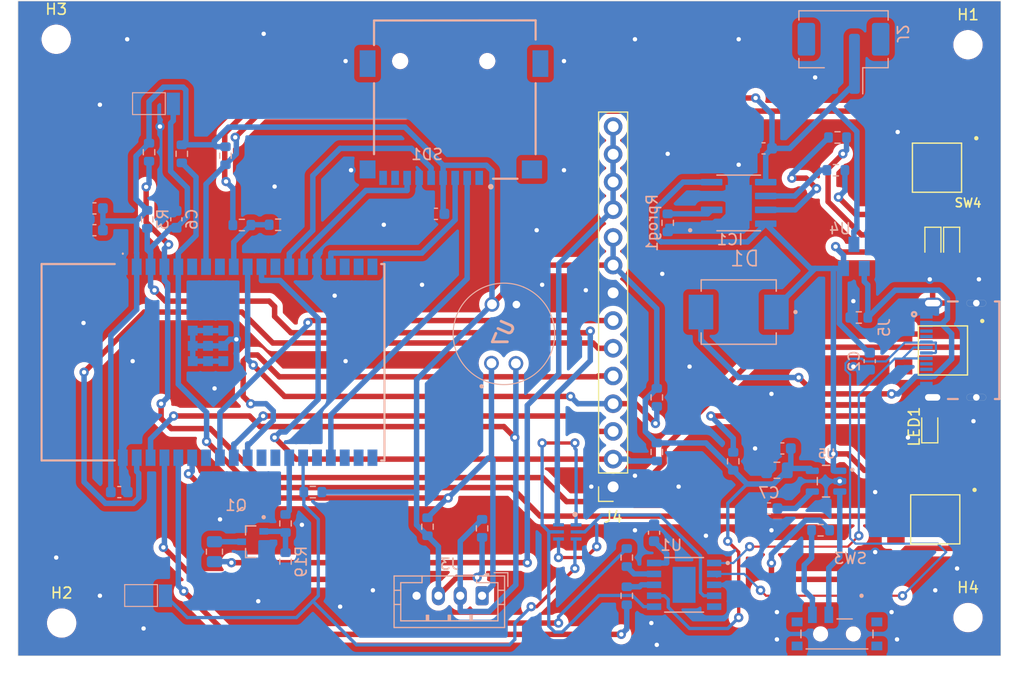
<source format=kicad_pcb>
(kicad_pcb (version 20240108) (generator "pcbnew") (generator_version "8.0")
  (layers (0 "F.Cu" signal) (31 "B.Cu" signal) (34 "B.Paste" user) (35 "F.Paste" user) (36 "B.SilkS" user "B.Silkscreen") (37 "F.SilkS" user "F.Silkscreen") (38 "B.Mask" user) (39 "F.Mask" user) (44 "Edge.Cuts" user))
  (net 0 "")
  (net 1 "Net-(U1-V3)")
  (net 2 "GND")
  (net 3 "VBUS")
  (net 4 "+3V3")
  (net 5 "/EN")
  (net 6 "Net-(U5-BP)")
  (net 7 "+BATT")
  (net 8 "Net-(IC1-~{STDBY})")
  (net 9 "Net-(IC1-PROG)")
  (net 10 "Net-(IC1-~{CHRG})")
  (net 11 "+5V")
  (net 12 "/D-")
  (net 13 "/D+")
  (net 14 "/IO22")
  (net 15 "/IO21")
  (net 16 "/LEDK")
  (net 17 "/IO19")
  (net 18 "/IO18")
  (net 19 "/IO26")
  (net 20 "/IO5")
  (net 21 "/IO25")
  (net 22 "/IO23")
  (net 23 "Net-(LED1-A)")
  (net 24 "Net-(LED2-K)")
  (net 25 "Net-(LED3-K)")
  (net 26 "Net-(Q1-C)")
  (net 27 "Net-(Q1-E)")
  (net 28 "Net-(U1-RXD)")
  (net 29 "/TX")
  (net 30 "Net-(U1-TXD)")
  (net 31 "/RX")
  (net 32 "/LDO_H")
  (net 33 "/IO0")
  (net 34 "/ADC_BAT")
  (net 35 "/IO35")
  (net 36 "/IO36")
  (net 37 "/IO39")
  (net 38 "/IO4")
  (net 39 "/RTS")
  (net 40 "/DTR")
  (net 41 "LDO_EN")
  (net 42 "/IO15")
  (net 43 "/IO2")
  (net 44 "/IO34")
  (net 45 "/IO27")
  (net 46 "/IO12")
  (net 47 "/IO14")
  (net 48 "/IO32")
  (net 49 "/IO13")
  (footprint "LED_SMD:LED_0603_1608Metric" (layer "F.Cu") (at 175.5 100.2125 -90)
    (property "Reference" "LED3" (hide yes))
    (property "Value" "CHG" (hide yes))
  )
  (footprint "MountingHole:MountingHole_2.2mm_M2_ISO7380" (layer "F.Cu") (at 94 135)
    (property "Reference" "H2")
    (property "Value" "MountingHole")
  )
  (footprint "THERMAL_CAMERA_LIBRARY:4_TERMINAL_SWITCH_TC" (layer "F.Cu") (at 174 125.5 -90)
    (property "Reference" "SW6" (hide yes))
    (property "Value" "TS-1088R-02526")
  )
  (footprint "THERMAL_CAMERA_LIBRARY:4_TERMINAL_SWITCH_TC" (layer "F.Cu") (at 174.16 93.2694 -90)
    (property "Reference" "SW4")
    (property "Value" "TS-1088R-02526" (hide yes))
  )
  (footprint "THERMAL_CAMERA_LIBRARY:4_TERMINAL_SWITCH_TC" (layer "F.Cu") (at 174.705 110.0194 -90)
    (property "Reference" "SW5" (hide yes))
    (property "Value" "TS-1088R-02526" (hide yes))
  )
  (footprint "LED_SMD:LED_0603_1608Metric" (layer "F.Cu") (at 173.5 117 90)
    (property "Reference" "LED1")
    (property "Value" "POW_LED")
  )
  (footprint "MountingHole:MountingHole_2.2mm_M2_ISO7380" (layer "F.Cu") (at 177 82)
    (property "Reference" "H1")
    (property "Value" "MountingHole")
  )
  (footprint "MountingHole:MountingHole_2.2mm_M2_ISO7380" (layer "F.Cu") (at 93.5 81.5)
    (property "Reference" "H3")
    (property "Value" "MountingHole")
  )
  (footprint "Connector_PinSocket_2.54mm:PinSocket_1x14_P2.54mm_Vertical" (layer "F.Cu") (at 144.5 122.52 180)
    (property "Reference" "J4")
    (property "Value" "Conn_01x14")
  )
  (footprint "LED_SMD:LED_0603_1608Metric" (layer "F.Cu") (at 173.7875 100.2125 -90)
    (property "Reference" "LED2" (hide yes))
    (property "Value" "CHG" (hide yes))
  )
  (footprint "MountingHole:MountingHole_2.2mm_M2_ISO7380" (layer "F.Cu") (at 177 134.5)
    (property "Reference" "H4")
    (property "Value" "MountingHole")
  )
  (footprint "THERMAL_CAMERA_LIBRARY:2N7002DW_SOT363_TC" (layer "B.Cu") (at 140.31 126.65 -90)
    (property "Reference" "U2" (hide yes))
    (property "Value" "2N27002DW" (hide yes))
  )
  (footprint "THERMAL_CAMERA_LIBRARY:ESP32WROVEREN8R8_TC" (layer "B.Cu") (at 107.86 111.1 -90)
    (property "Reference" "U6" (hide yes))
    (property "Value" "ESP32-WROVER-E" (hide yes))
  )
  (footprint "Resistor_SMD:R_0603_1608Metric" (layer "B.Cu") (at 148.5 114.325 90)
    (property "Reference" "R15" (hide yes))
    (property "Value" "10k")
  )
  (footprint "Resistor_SMD:R_0603_1608Metric" (layer "B.Cu") (at 105 92 90)
    (property "Reference" "R17" (hide yes))
    (property "Value" "4.7k")
  )
  (footprint "THERMAL_CAMERA_LIBRARY:MIC5219_SOT95P280X145-5N_TC" (layer "B.Cu") (at 164 122 180)
    (property "Reference" "U5")
    (property "Value" "MIC5219-3.3YM5")
  )
  (footprint "Capacitor_SMD:C_0603_1608Metric" (layer "B.Cu") (at 128.275 97.5 180)
    (property "Reference" "C11" (hide yes))
    (property "Value" "0.1uf")
  )
  (footprint "Connector_JST:JST_PH_B2B-PH-SM4-TB_1x02-1MP_P2.00mm_Vertical" (layer "B.Cu") (at 165.6 83.25 180)
    (property "Reference" "J2")
    (property "Value" "B2B-PH-SM4-TB(LF)(SN)" (hide yes))
  )
  (footprint "Resistor_SMD:R_0603_1608Metric" (layer "B.Cu") (at 114.5 125.875 90)
    (property "Reference" "R18" (hide yes))
    (property "Value" "1k" (hide yes))
  )
  (footprint "Resistor_SMD:R_0603_1608Metric" (layer "B.Cu") (at 155.5 120.175 -90)
    (property "Reference" "R4" (hide yes))
    (property "Value" "470R")
  )
  (footprint "THERMAL_CAMERA_LIBRARY:usb_new" (layer "B.Cu") (at 177.762498 110 -90)
    (property "Reference" "J5")
    (property "Value" "USB4215-03-A_REVA")
    (fp_line (start 4.619997 0.6) (end 4.620004 -0.600004) (stroke (width 0.01)) (layer "Edge.Cuts"))
    (fp_line (start -4.020004 0.599999) (end -4.019999 -0.600002) (stroke (width 0.01)) (layer "Edge.Cuts"))
    (fp_line (start 4.020004 -0.599999) (end 4.019999 0.600002) (stroke (width 0.01)) (layer "Edge.Cuts"))
    (fp_line (start -4.619997 -0.6) (end -4.620004 0.600004) (stroke (width 0.01)) (layer "Edge.Cuts"))
    (fp_arc (start 4.320006 0.899999) (mid 4.107871 0.812134) (end 4.019999 0.600002) (stroke (width 0.01)) (layer "Edge.Cuts"))
    (fp_arc (start -4.319993 0.899995) (mid -4.532123 0.812132) (end -4.620004 0.600004) (stroke (width 0.01)) (layer "Edge.Cuts"))
    (fp_arc (start 4.619997 0.6) (mid 4.532131 0.812126) (end 4.320006 0.899999) (stroke (width 0.01)) (layer "Edge.Cuts"))
    (fp_arc (start -4.020004 0.599999) (mid -4.107867 0.812129) (end -4.319993 0.899995) (stroke (width 0.01)) (layer "Edge.Cuts"))
    (fp_arc (start 4.020004 -0.599999) (mid 4.107867 -0.812129) (end 4.319993 -0.899995) (stroke (width 0.01)) (layer "Edge.Cuts"))
    (fp_arc (start -4.619997 -0.6) (mid -4.532131 -0.812126) (end -4.320006 -0.899999) (stroke (width 0.01)) (layer "Edge.Cuts"))
    (fp_arc (start 4.319993 -0.899995) (mid 4.532123 -0.812132) (end 4.620004 -0.600004) (stroke (width 0.01)) (layer "Edge.Cuts"))
    (fp_arc (start -4.320006 -0.899999) (mid -4.107871 -0.812134) (end -4.019999 -0.600002) (stroke (width 0.01)) (layer "Edge.Cuts"))
  )
  (footprint "Resistor_SMD:R_0603_1608Metric" (layer "B.Cu") (at 132.5 126.325 -90)
    (property "Reference" "R9" (hide yes))
    (property "Value" "4.7k")
  )
  (footprint "THERMAL_CAMERA_LIBRARY:MLX90640_ESFBAB000SP_TC" (layer "B.Cu") (at 133.3591 111.1879 67)
    (property "Reference" "U7")
    (property "Value" "MLX90640" (hide yes))
  )
  (footprint "THERMAL_CAMERA_LIBRARY:ch340k_TC" (layer "B.Cu") (at 151 131.5 180)
    (property "Reference" "U1")
    (property "Value" "ch340k")
  )
  (footprint "Capacitor_SMD:C_0603_1608Metric" (layer "B.Cu") (at 158.275 91.5 180)
    (property "Reference" "C10" (hide yes))
    (property "Value" "10uF")
  )
  (footprint "Resistor_SMD:R_0603_1608Metric" (layer "B.Cu") (at 167 107 180)
    (property "Reference" "U3" (hide yes))
    (property "Value" "100K")
  )
  (footprint "Capacitor_SMD:C_0603_1608Metric" (layer "B.Cu") (at 160 119 180)
    (property "Reference" "C9" (hide yes))
    (property "Value" "10u")
  )
  (footprint "Capacitor_SMD:C_0603_1608Metric" (layer "B.Cu") (at 158.775 124.5 180)
    (property "Reference" "C7")
    (property "Value" "470pF")
  )
  (footprint "Capacitor_SMD:C_0603_1608Metric" (layer "B.Cu") (at 168 111 -90)
    (property "Reference" "C2")
    (property "Value" "10u")
  )
  (footprint "Resistor_SMD:R_0603_1608Metric" (layer "B.Cu") (at 165.05 90.5 180)
    (property "Reference" "R7" (hide yes))
    (property "Value" "1.3K")
  )
  (footprint "THERMAL_CAMERA_LIBRARY:TP4056_SOP127P600X175-9N_TC" (layer "B.Cu") (at 156 96.5)
    (property "Reference" "IC1")
    (property "Value" "TP4056")
  )
  (footprint "Resistor_SMD:R_0603_1608Metric" (layer "B.Cu") (at 117 123)
    (property "Reference" "R6" (hide yes))
    (property "Value" "10k" (hide yes))
  )
  (footprint "THERMAL_CAMERA_LIBRARY:2_TACTILE" (layer "B.Cu") (at 101.49 90.4 180)
    (property "Reference" "SW2" (hide yes))
    (property "Value" "TS-1088R-02526" (hide yes))
  )
  (footprint "Resistor_SMD:R_0603_1608Metric" (layer "B.Cu") (at 163.5 126.5 180)
    (property "Reference" "R5" (hide yes))
    (property "Value" "100K")
  )
  (footprint "THERMAL_CAMERA_LIBRARY:TRANS_SS8050-G_TC" (layer "B.Cu") (at 111.49 127.55 180)
    (property "Reference" "Q1")
    (property "Value" "S8050")
  )
  (footprint "Capacitor_SMD:C_0603_1608Metric" (layer "B.Cu") (at 97 97 180)
    (property "Reference" "C5" (hide yes))
    (property "Value" "1uf")
  )
  (footprint "Resistor_SMD:R_0603_1608Metric" (layer "B.Cu") (at 109 92.175 90)
    (property "Reference" "R14" (hide yes))
    (property "Value" "4.7k")
  )
  (footprint "Resistor_SMD:R_0603_1608Metric" (layer "B.Cu") (at 114.5 129.375 90)
    (property "Reference" "R19")
    (property "Value" "10k" (hide yes))
  )
  (footprint "Resistor_SMD:R_0603_1608Metric" (layer "B.Cu") (at 149.5 98.325 -90)
    (property "Reference" "Rprog1")
    (property "Value" "3.3K")
  )
  (footprint "Resistor_SMD:R_0603_1608Metric" (layer "B.Cu") (at 145.75 132.5 90)
    (property "Reference" "R2" (hide yes))
    (property "Value" "1K")
  )
  (footprint "Resistor_SMD:R_0603_1608Metric" (layer "B.Cu") (at 145.75 129 -90)
    (property "Reference" "R1" (hide yes))
    (property "Value" "1K")
  )
  (footprint "Resistor_SMD:R_0603_1608Metric" (layer "B.Cu") (at 148.5 119.325 90)
    (property "Reference" "R13" (hide yes))
    (property "Value" "10k")
  )
  (footprint "Capacitor_SMD:C_0603_1608Metric" (layer "B.Cu") (at 104.5 98 90)
    (property "Reference" "C6")
    (property "Value" "0.1uf")
  )
  (footprint "THERMAL_CAMERA_LIBRARY:AO3401_SOT23_TC" (layer "B.Cu") (at 166.55 101.4 180)
    (property "Reference" "U4")
    (property "Value" "AO3041")
  )
  (footprint "THERMAL_CAMERA_LIBRARY:slide_switch_new" (layer "B.Cu") (at 165 136 180)
    (property "Reference" "SW3")
    (property "Value" "K3-1280S-F1")
  )
  (footprint "Resistor_SMD:R_0603_1608Metric" (layer "B.Cu") (at 102 91.85 90)
    (property "Reference" "R16" (hide yes))
    (property "Value" "4.7k")
  )
  (footprint "Resistor_SMD:R_0603_1608Metric" (layer "B.Cu") (at 110.5 98.525)
    (property "Reference" "R10" (hide yes))
    (property "Value" "100K")
  )
  (footprint "Resistor_SMD:R_0603_1608Metric" (layer "B.Cu") (at 101.8337 98.0001 90)
    (property "Reference" "R3")
    (property "Value" "10k")
  )
  (footprint "THERMAL_CAMERA_LIBRARY:SS34_DIODE_NEW" (layer "B.Cu") (at 156 106.5 180)
    (property "Reference" "D1")
    (property "Value" "SS34")
  )
  (footprint "Resistor_SMD:R_0603_1608Metric" (layer "B.Cu") (at 127.5 126.175 -90)
    (property "Reference" "R12" (hide yes))
    (property "Value" "4.7k")
  )
  (footprint "Resistor_SMD:R_0603_1608Metric" (layer "B.Cu") (at 113.825 98.5)
    (property "Reference" "R11" (hide yes))
    (property "Value" "100K")
  )
  (footprint "Capacitor_SMD:C_0603_1608Metric" (layer "B.Cu") (at 99.275 123 180)
    (property "Reference" "C3" (hide yes))
    (property "Value" "0.1UF")
  )
  (footprint "Capacitor_SMD:C_0805_2012Metric" (layer "B.Cu") (at 159.5 121 180)
    (property "Reference" "C8" (hide yes))
    (property "Value" "2.2uF")
  )
  (footprint "Connector_JST:JST_PH_B4B-PH-K_1x04_P2.00mm_Vertical" (layer "B.Cu") (at 132.5 132.5 180)
    (property "Reference" "J3")
    (property "Value" "Stemma" (hide yes))
  )
  (footprint "Capacitor_SMD:C_0603_1608Metric" (layer "B.Cu") (at 148.25 126.725 -90)
    (property "Reference" "C1" (hide yes))
    (property "Value" "0.1uf")
  )
  (footprint "Capacitor_SMD:C_0603_1608Metric" (layer "B.Cu") (at 97 99 180)
    (property "Reference" "C4" (hide yes))
    (property "Value" "10uf")
  )
  (footprint "Resistor_SMD:R_0805_2012Metric" (layer "B.Cu") (at 107.99 128.4625 90)
    (property "Reference" "R20" (hide yes))
    (property "Value" "10R")
  )
  (footprint "THERMAL_CAMERA_LIBRARY:sdcard_new" (layer "B.Cu") (at 130.0038 87.0306)
    (property "Reference" "SD1")
    (property "Value" "microSD_TF-01A")
  )
  (footprint "THERMAL_CAMERA_LIBRARY:2_TACTILE" (layer "B.Cu") (at 100.77 135.48 180)
    (property "Reference" "SW1" (hide yes))
    (property "Value" "TS-1088R-02526" (hide yes))
  )
  (footprint "Resistor_SMD:R_0603_1608Metric" (layer "B.Cu") (at 164.9 93.5 180)
    (property "Reference" "R8" (hide yes))
    (property "Value" "1.3K")
  )
  (gr_rect (start 90 78) (end 180 138) (stroke (width 0.05)) (fill none) (layer "Edge.Cuts"))
  (segment (start 148.25 129.5) (end 149.4067 129.5) (width 0.5) (layer "B.Cu") (net 1))
  (segment (start 148.25 127.5) (end 149.4067 128.6567) (width 0.5) (layer "B.Cu") (net 1))
  (segment (start 149.4067 128.6567) (end 149.4067 129.5) (width 0.5) (layer "B.Cu") (net 1))
  (via (at 174 132) (size 0.85) (drill 0.4) (layers "F.Cu" "B.Cu") (net 2))
  (via (at 120 111) (size 0.85) (drill 0.4) (layers "F.Cu" "B.Cu") (net 2))
  (via (at 159.5 136.5) (size 0.85) (drill 0.4) (layers "F.Cu" "B.Cu") (net 2))
  (via (at 170.56 90) (size 0.85) (drill 0.4) (layers "F.Cu" "B.Cu") (net 2))
  (via (at 127 104) (size 0.85) (drill 0.4) (layers "F.Cu" "B.Cu") (net 2))
  (via (at 108.5 125.5) (size 0.85) (drill 0.4) (layers "F.Cu" "B.Cu") (net 2))
  (via (at 100 81.5) (size 0.85) (drill 0.4) (layers "F.Cu" "B.Cu") (net 2))
  (via (at 168.5 128.5) (size 0.85) (drill 0.4) (layers "F.Cu" "B.Cu") (net 2))
  (via (at 120.5 93.5) (size 0.85) (drill 0.4) (layers "F.Cu" "B.Cu") (net 2))
  (via (at 140 93.5) (size 0.85) (drill 0.4) (layers "F.Cu" "B.Cu") (net 2))
  (via (at 151.5 111.5) (size 0.85) (drill 0.4) (layers "F.Cu" "B.Cu") (net 2))
  (via (at 148 135) (size 0.85) (drill 0.4) (layers "F.Cu" "B.Cu") (net 2))
  (via (at 146.5 121.5) (size 0.85) (drill 0.4) (layers "F.Cu" "B.Cu") (net 2))
  (via (at 113.5 95) (size 0.85) (drill 0.4) (layers "F.Cu" "B.Cu") (net 2))
  (via (at 120 83.5) (size 0.85) (drill 0.4) (layers "F.Cu" "B.Cu") (net 2))
  (via (at 166.5 105.5) (size 0.85) (drill 0.4) (layers "F.Cu" "B.Cu") (net 2))
  (via (at 137.5 99) (size 0.85) (drill 0.4) (layers "F.Cu" "B.Cu") (net 2))
  (via (at 138 104) (size 0.85) (drill 0.4) (layers "F.Cu" "B.Cu") (net 2))
  (via (at 159 126.5) (size 0.85) (drill 0.4) (layers "F.Cu" "B.Cu") (net 2))
  (via (at 177.5 116.5) (size 0.85) (drill 0.4) (layers "F.Cu" "B.Cu") (net 2))
  (via (at 93.5 129) (size 0.85) (drill 0.4) (layers "F.Cu" "B.Cu") (net 2))
  (via (at 170.5 136.5) (size 0.85) (drill 0.4) (layers "F.Cu" "B.Cu") (net 2))
  (via (at 166.5 111.5) (size 0.85) (drill 0.4) (layers "F.Cu" "B.Cu") (net 2))
  (via (at 163 85) (size 0.85) (drill 0.4) (layers "F.Cu" "B.Cu") (net 2))
  (via (at 119.5 133.5) (size 0.85) (drill 0.4) (layers "F.Cu" "B.Cu") (net 2))
  (via (at 153 127) (size 0.85) (drill 0.4) (layers "F.Cu" "B.Cu") (net 2))
  (via (at 103 89.5) (size 0.85) (drill 0.4) (layers "F.Cu" "B.Cu") (net 2))
  (via (at 122.5 132) (size 0.85) (drill 0.4) (layers "F.Cu" "B.Cu") (net 2))
  (via (at 97.5 87.5) (size 0.85) (drill 0.4) (layers "F.Cu" "B.Cu") (net 2))
  (via (at 142.5 122.5) (size 0.85) (drill 0.4) (layers "F.Cu" "B.Cu") (net 2))
  (via (at 123.5 98.5) (size 0.85) (drill 0.4) (layers "F.Cu" "B.Cu") (net 2))
  (via (at 142 104.5) (size 0.85) (drill 0.4) (layers "F.Cu" "B.Cu") (net 2))
  (via (at 116 126) (size 0.85) (drill 0.4) (layers "F.Cu" "B.Cu") (net 2))
  (via (at 156 81.5) (size 0.85) (drill 0.4) (layers "F.Cu" "B.Cu") (net 2))
  (via (at 176 130) (size 0.85) (drill 0.4) (layers "F.Cu" "B.Cu") (net 2))
  (via (at 159.5 134) (size 0.85) (drill 0.4) (layers "F.Cu" "B.Cu") (net 2))
  (via (at 170 134) (size 0.85) (drill 0.4) (layers "F.Cu" "B.Cu") (net 2))
  (via (at 119 105) (size 0.85) (drill 0.4) (layers "F.Cu" "B.Cu") (net 2))
  (via (at 156 93) (size 0.85) (drill 0.4) (layers "F.Cu" "B.Cu") (net 2))
  (via (at 171.5 118) (size 0.85) (drill 0.4) (layers "F.Cu" "B.Cu") (net 2))
  (via (at 148.5 137) (size 0.85) (drill 0.4) (layers "F.Cu" "B.Cu") (net 2))
  (via (at 149 103) (size 0.85) (drill 0.4) (layers "F.Cu" "B.Cu") (net 2))
  (via (at 112 133) (size 0.85) (drill 0.4) (layers "F.Cu" "B.Cu") (net 2))
  (via (at 146.5 81.5) (size 0.85) (drill 0.4) (layers "F.Cu" "B.Cu") (net 2))
  (via (at 101.5 135.5) (size 0.85) (drill 0.4) (layers "F.Cu" "B.Cu") (net 2))
  (via (at 149.5 92) (size 0.85) (drill 0.4) (layers "F.Cu" "B.Cu") (net 2))
  (via (at 96 107.5) (size 0.85) (drill 0.4) (layers "F.Cu" "B.Cu") (net 2))
  (via (at 140 83.5) (size 0.85) (drill 0.4) (layers "F.Cu" "B.Cu") (net 2))
  (via (at 157.5 119) (size 0.85) (drill 0.4) (layers "F.Cu" "B.Cu") (net 2))
  (via (at 165.255 122) (size 0.85) (drill 0.4) (layers "F.Cu" "B.Cu") (net 2))
  (via (at 112.5 81) (size 0.85) (drill 0.4) (layers "F.Cu" "B.Cu") (net 2))
  (via (at 168.5 123) (size 0.85) (drill 0.4) (layers "F.Cu" "B.Cu") (net 2))
  (via (at 159 114) (size 0.85) (drill 0.4) (layers "F.Cu" "B.Cu") (net 2))
  (via (at 178 103.5) (size 0.85) (drill 0.4) (layers "F.Cu" "B.Cu") (net 2))
  (via (at 110 109) (size 0.85) (drill 0.4) (layers "F.Cu" "B.Cu") (net 2))
  (via (at 146.5 126.5) (size 0.85) (drill 0.4) (layers "F.Cu" "B.Cu") (net 2))
  (via (at 97.5 132.5) (size 0.85) (drill 0.4) (layers "F.Cu" "B.Cu") (net 2))
  (via (at 150.5 122.5) (size 0.85) (drill 0.4) (layers "F.Cu" "B.Cu") (net 2))
  (via (at 173.5 103.5) (size 0.85) (drill 0.4) (layers "F.Cu" "B.Cu") (net 2))
  (via (at 100.5 111) (size 0.85) (drill 0.4) (layers "F.Cu" "B.Cu") (net 2))
  (via (at 108 113.5) (size 0.85) (drill 0.4) (layers "F.Cu" "B.Cu") (net 2))
  (segment (start 106 108.2) (end 106 111) (width 0.5) (layer "B.Cu") (net 2))
  (segment (start 110 109) (end 109.4 109) (width 0.5) (layer "B.Cu") (net 2))
  (segment (start 167.725001 111.5) (end 168 111.774999) (width 0.3) (layer "B.Cu") (net 2))
  (segment (start 107.4 111) (end 108.8 111) (width 0.5) (layer "B.Cu") (net 2))
  (segment (start 166.175 107) (end 166.175 105.825) (width 0.3) (layer "B.Cu") (net 2))
  (segment (start 106 108.2) (end 108.8 108.2) (width 0.5) (layer "B.Cu") (net 2))
  (segment (start 107.4 109.6) (end 108.8 109.6) (width 0.5) (layer "B.Cu") (net 2))
  (segment (start 166.175 105.825) (end 166.5 105.5) (width 0.3) (layer "B.Cu") (net 2))
  (segment (start 106 111) (end 107.4 111) (width 0.5) (layer "B.Cu") (net 2))
  (segment (start 148.249999 125.950001) (end 147.049999 125.950001) (width 0.3) (layer "B.Cu") (net 2))
  (segment (start 107.4 109.6) (end 106 109.6) (width 0.5) (layer "B.Cu") (net 2))
  (segment (start 154.095 98.405) (end 156 96.5) (width 0.3) (layer "B.Cu") (net 2))
  (segment (start 149.5 99.15) (end 152.78 99.15) (width 0.3) (layer "B.Cu") (net 2))
  (segment (start 166.5 111.5) (end 167.725001 111.5) (width 0.3) (layer "B.Cu") (net 2))
  (segment (start 147.049999 125.950001) (end 146.5 126.5) (width 0.3) (layer "B.Cu") (net 2))
  (segment (start 153.525 98.405) (end 154.095 98.405) (width 0.3) (layer "B.Cu") (net 2))
  (segment (start 109.4 109) (end 108.8 109.6) (width 0.5) (layer "B.Cu") (net 2))
  (segment (start 155.365 95.865) (end 156 96.5) (width 0.3) (layer "B.Cu") (net 2))
  (segment (start 152.78 99.15) (end 153.525 98.405) (width 0.3) (layer "B.Cu") (net 2))
  (segment (start 153.525 95.865) (end 155.365 95.865) (width 0.3) (layer "B.Cu") (net 2))
  (segment (start 167.5 121) (end 166 119.5) (width 0.5) (layer "F.Cu") (net 3))
  (segment (start 175.5 101) (end 173.7875 101) (width 0.5) (layer "F.Cu") (net 3))
  (segment (start 166 119.5) (end 164.672 119.5) (width 0.5) (layer "F.Cu") (net 3))
  (segment (start 159.5 131) (end 169.5 131) (width 0.5) (layer "F.Cu") (net 3))
  (segment (start 169.5 130) (end 169.5 131) (width 0.5) (layer "F.Cu") (net 3))
  (segment (start 159 130.5) (end 159.5 131) (width 0.5) (layer "F.Cu") (net 3))
  (segment (start 173.7875 101) (end 165.3741 101) (width 0.5) (layer "F.Cu") (net 3))
  (segment (start 171.35 128.15) (end 169.5 130) (width 0.5) (layer "F.Cu") (net 3))
  (segment (start 165.3741 101) (end 164.875 100.5009) (width 0.5) (layer "F.Cu") (net 3))
  (segment (start 177 121) (end 167.5 121) (width 0.5) (layer "F.Cu") (net 3))
  (segment (start 159 129.5) (end 159 130.5) (width 0.5) (layer "F.Cu") (net 3))
  (segment (start 178.85 128.15) (end 178.85 122.85) (width 0.5) (layer "F.Cu") (net 3))
  (segment (start 171.35 128.15) (end 178.85 128.15) (width 0.5) (layer "F.Cu") (net 3))
  (segment (start 178.85 122.85) (end 177 121) (width 0.5) (layer "F.Cu") (net 3))
  (via (at 164.875 100.5009) (size 0.85) (drill 0.4) (layers "F.Cu" "B.Cu") (net 3))
  (via (at 159 129.5) (size 0.85) (drill 0.4) (layers "F.Cu" "B.Cu") (net 3))
  (via (at 164.672 119.5) (size 0.85) (drill 0.4) (layers "F.Cu" "B.Cu") (net 3))
  (segment (start 153.525 94.595) (end 150.9051 94.595) (width 0.5) (layer "B.Cu") (net 3))
  (segment (start 164.672 102.5) (end 164.672 119.5) (width 0.5) (layer "B.Cu") (net 3))
  (segment (start 148.8889 100.0717) (end 156.8083 100.0717) (width 0.5) (layer "B.Cu") (net 3))
  (segment (start 163 102.5) (end 164.672 102.5) (width 0.5) (layer "B.Cu") (net 3))
  (segment (start 165.2212 107.5557) (end 167.8905 110.225) (width 0.5) (layer "B.Cu") (net 3))
  (segment (start 165.255 121.05) (end 164.672 121.05) (width 0.5) (layer "B.Cu") (net 3))
  (segment (start 156.8083 100.0717) (end 158.475 98.405) (width 0.5) (layer "B.Cu") (net 3))
  (segment (start 159 128.7065) (end 159 129.5) (width 0.5) (layer "B.Cu") (net 3))
  (segment (start 164.325 126.5) (end 163.4 125.575) (width 0.5) (layer "B.Cu") (net 3))
  (segment (start 158.475 98.405) (end 162.57 102.5) (width 0.5) (layer "B.Cu") (net 3))
  (segment (start 165.6 102.5) (end 165.6 101.2983) (width 0.5) (layer "B.Cu") (net 3))
  (segment (start 162.1315 125.575) (end 159 128.7065) (width 0.5) (layer "B.Cu") (net 3))
  (segment (start 159.455 106.045) (end 159.455 106.5) (width 0.5) (layer "B.Cu") (net 3))
  (segment (start 165.2212 102.5) (end 165.2212 107.5557) (width 0.5) (layer "B.Cu") (net 3))
  (segment (start 148.5108 96.9893) (end 148.5108 99.6936) (width 0.5) (layer "B.Cu") (net 3))
  (segment (start 167.8905 110.225) (end 168 110.225) (width 0.5) (layer "B.Cu") (net 3))
  (segment (start 164.875 100.5733) (end 165.6 101.2983) (width 0.5) (layer "B.Cu") (net 3))
  (segment (start 163.4 125.575) (end 162.1315 125.575) (width 0.5) (layer "B.Cu") (net 3))
  (segment (start 164.672 102.5) (end 165.2212 102.5) (width 0.5) (layer "B.Cu") (net 3))
  (segment (start 162.57 102.5) (end 163 102.5) (width 0.5) (layer "B.Cu") (net 3))
  (segment (start 163 102.5) (end 159.455 106.045) (width 0.5) (layer "B.Cu") (net 3))
  (segment (start 164.875 100.5009) (end 164.875 100.5733) (width 0.5) (layer "B.Cu") (net 3))
  (segment (start 148.5108 99.6936) (end 148.8889 100.0717) (width 0.5) (layer "B.Cu") (net 3))
  (segment (start 164.1421 126.3171) (end 164.325 126.5) (width 0.5) (layer "B.Cu") (net 3))
  (segment (start 165.2212 102.5) (end 165.6 102.5) (width 0.5) (layer "B.Cu") (net 3))
  (segment (start 164.672 119.5) (end 164.672 121.05) (width 0.5) (layer "B.Cu") (net 3))
  (segment (start 150.9051 94.595) (end 148.5108 96.9893) (width 0.5) (layer "B.Cu") (net 3))
  (segment (start 156 128.5) (end 155 127.5) (width 0.3) (layer "F.Cu") (net 4))
  (segment (start 128.5 132.5) (end 130.1788 130.8212) (width 0.5) (layer "F.Cu") (net 4))
  (segment (start 133.4061 105.7923) (end 136.9984 102.2) (width 0.5) (layer "F.Cu") (net 4))
  (segment (start 130.1788 130.8212) (end 132.0434 130.8212) (width 0.5) (layer "F.Cu") (net 4))
  (segment (start 136.9984 102.2) (end 144.5 102.2) (width 0.5) (layer "F.Cu") (net 4))
  (segment (start 156 134.5) (end 156 128.5) (width 0.3) (layer "F.Cu") (net 4))
  (via (at 155 127.5) (size 0.85) (drill 0.4) (layers "F.Cu" "B.Cu") (net 4))
  (via (at 132.0434 130.8212) (size 0.85) (drill 0.4) (layers "F.Cu" "B.Cu") (net 4))
  (via (at 156 134.5) (size 0.85) (drill 0.4) (layers "F.Cu" "B.Cu") (net 4))
  (segment (start 155 124.0248) (end 156.7624 122.2624) (width 0.3) (layer "B.Cu") (net 4))
  (segment (start 100.8092 96.1506) (end 101.8337 97.1751) (width 0.5) (layer "B.Cu") (net 4))
  (segment (start 144.5 102.2) (end 148.5 106.2) (width 0.5) (layer "B.Cu") (net 4))
  (segment (start 148.25 132.5) (end 149.205 132.5) (width 0.3) (layer "B.Cu") (net 4))
  (segment (start 133.4061 93.5687) (end 133.4061 105.7923) (width 0.5) (layer "B.Cu") (net 4))
  (segment (start 162.5325 120.8375) (end 162.745 121.05) (width 0.5) (layer "B.Cu") (net 4))
  (segment (start 151.5 135.5) (end 155 135.5) (width 0.3) (layer "B.Cu") (net 4))
  (segment (start 103.3255 85.8883) (end 105.1091 85.8883) (width 0.5) (layer "B.Cu") (net 4))
  (segment (start 132.0434 130.8212) (end 132.5 130.3646) (width 0.5) (layer "B.Cu") (net 4))
  (segment (start 126.5008 112.6976) (end 133.4061 105.7923) (width 0.5) (layer "B.Cu") (net 4))
  (segment (start 160.775 120.8375) (end 160.775 119) (width 0.5) (layer "B.Cu") (net 4))
  (segment (start 105.373 86.1522) (end 105.373 90.802) (width 0.5) (layer "B.Cu") (net 4))
  (segment (start 98.5 123) (end 98.5 108.6503) (width 0.5) (layer "B.Cu") (net 4))
  (segment (start 100.8562 98.1526) (end 100.8562 101.0845) (width 0.5) (layer "B.Cu") (net 4))
  (segment (start 100.87 102.35) (end 100.87 101.0983) (width 0.5) (layer "B.Cu") (net 4))
  (segment (start 148.5 113.5) (end 147.4502 114.5498) (width 0.5) (layer "B.Cu") (net 4))
  (segment (start 128.9336 94.2044) (end 128.9336 93.0527) (width 0.5) (layer "B.Cu") (net 4))
  (segment (start 102 91.025) (end 102 87.2138) (width 0.5) (layer "B.Cu") (net 4))
  (segment (start 153 118.5) (end 155.5 121) (width 0.5) (layer "B.Cu") (net 4))
  (segment (start 149.55 132.845) (end 149.55 133.55) (width 0.3) (layer "B.Cu") (net 4))
  (segment (start 148.5 118.5) (end 153 118.5) (width 0.5) (layer "B.Cu") (net 4))
  (segment (start 160.775 120.8375) (end 160.6125 120.8375) (width 0.5) (layer "B.Cu") (net 4))
  (segment (start 117.825 123) (end 126.5008 123) (width 0.5) (layer "B.Cu") (net 4))
  (segment (start 109 91.35) (end 108.1578 91.35) (width 0.5) (layer "B.Cu") (net 4))
  (segment (start 160.775 120.8375) (end 162.5325 120.8375) (width 0.5) (layer "B.Cu") (net 4))
  (segment (start 126.5008 123) (end 126.5008 112.6976) (width 0.5) (layer "B.Cu") (net 4))
  (segment (start 160.6125 120.8375) (end 160.45 121) (width 0.5) (layer "B.Cu") (net 4))
  (segment (start 108.1578 91.35) (end 107.9828 91.175) (width 0.5) (layer "B.Cu") (net 4))
  (segment (start 129.05 97.5) (end 128.9336 97.3836) (width 0.5) (layer "B.Cu") (net 4))
  (segment (start 147.4502 114.5498) (end 147.4502 117.4502) (width 0.5) (layer "B.Cu") (net 4))
  (segment (start 149.55 133.55) (end 151.5 135.5) (width 0.3) (layer "B.Cu") (net 4))
  (segment (start 155 135.5) (end 156 134.5) (width 0.3) (layer "B.Cu") (net 4))
  (segment (start 125.4355 89.5546) (end 128.9336 93.0527) (width 0.5) (layer "B.Cu") (net 4))
  (segment (start 97.775 98.1526) (end 100.8562 98.1526) (width 0.5) (layer "B.Cu") (net 4))
  (segment (start 148.5 106.2) (end 148.5 113.5) (width 0.5) (layer "B.Cu") (net 4))
  (segment (start 147.4502 117.4502) (end 148.5 118.5) (width 0.5) (layer "B.Cu") (net 4))
  (segment (start 107.9828 91.175) (end 107.9828 90.8449) (width 0.5) (layer "B.Cu") (net 4))
  (segment (start 98.5 108.6503) (end 100.87 106.2803) (width 0.5) (layer "B.Cu") (net 4))
  (segment (start 128.5 128) (end 127.5 127) (width 0.5) (layer "B.Cu") (net 4))
  (segment (start 128.5 132.5) (end 128.5 128) (width 0.5) (layer "B.Cu") (net 4))
  (segment (start 149.205 132.5) (end 149.55 132.845) (width 0.3) (layer "B.Cu") (net 4))
  (segment (start 97.775 99) (end 97.775 98.1526) (width 0.5) (layer "B.Cu") (net 4))
  (segment (start 155 127.5) (end 155 124.0248) (width 0.3) (layer "B.Cu") (net 4))
  (segment (start 97.775 98.1526) (end 97.775 97) (width 0.5) (layer "B.Cu") (net 4))
  (segment (start 127.5 127) (end 126.5008 126.0008) (width 0.5) (layer "B.Cu") (net 4))
  (segment (start 156.7624 122.2624) (end 155.5 121) (width 0.5) (layer "B.Cu") (net 4))
  (segment (start 101.8337 97.1751) (end 100.8562 98.1526) (width 0.5) (layer "B.Cu") (net 4))
  (segment (start 109.2731 89.5546) (end 125.4355 89.5546) (width 0.5) (layer "B.Cu") (net 4))
  (segment (start 128.9336 93.0527) (end 132.8901 93.0527) (width 0.5) (layer "B.Cu") (net 4))
  (segment (start 144.5 99.66) (end 144.5 102.2) (width 0.5) (layer "B.Cu") (net 4))
  (segment (start 105.1091 85.8883) (end 105.373 86.1522) (width 0.5) (layer "B.Cu") (net 4))
  (segment (start 102 91.025) (end 100.8092 92.2158) (width 0.5) (layer "B.Cu") (net 4))
  (segment (start 105.373 90.802) (end 105 91.175) (width 0.5) (layer "B.Cu") (net 4))
  (segment (start 102 87.2138) (end 103.3255 85.8883) (width 0.5) (layer "B.Cu") (net 4))
  (segment (start 132.8901 93.0527) (end 133.4061 93.5687) (width 0.5) (layer "B.Cu") (net 4))
  (segment (start 107.9828 90.8449) (end 109.2731 89.5546) (width 0.5) (layer "B.Cu") (net 4))
  (segment (start 132.5 130.3646) (end 132.5 127.15) (width 0.5) (layer "B.Cu") (net 4))
  (segment (start 128.9336 97.3836) (end 128.9336 94.2044) (width 0.5) (layer "B.Cu") (net 4))
  (segment (start 159.1876 122.2624) (end 156.7624 122.2624) (width 0.5) (layer "B.Cu") (net 4))
  (segment (start 160.45 121) (end 159.1876 122.2624) (width 0.5) (layer "B.Cu") (net 4))
  (segment (start 126.5008 126.0008) (end 126.5008 123) (width 0.5) (layer "B.Cu") (net 4))
  (segment (start 100.8562 101.0845) (end 100.87 101.0983) (width 0.5) (layer "B.Cu") (net 4))
  (segment (start 100.8092 92.2158) (end 100.8092 96.1506) (width 0.5) (layer "B.Cu") (net 4))
  (segment (start 100.87 106.2803) (end 100.87 102.35) (width 0.5) (layer "B.Cu") (net 4))
  (segment (start 107.9828 91.175) (end 105 91.175) (width 0.5) (layer "B.Cu") (net 4))
  (segment (start 142.2551 108.3976) (end 142.4093 108.2434) (width 0.5) (layer "F.Cu") (net 5))
  (segment (start 102.5 104.5) (end 103.5 105.5) (width 0.5) (layer "F.Cu") (net 5))
  (segment (start 115 108.3976) (end 142.2551 108.3976) (width 0.5) (layer "F.Cu") (net 5))
  (segment (start 113.5 106.8976) (end 115 108.3976) (width 0.5) (layer "F.Cu") (net 5))
  (segment (start 103.5 105.5) (end 113 105.5) (width 0.5) (layer "F.Cu") (net 5))
  (segment (start 113 105.5) (end 113.5 106) (width 0.5) (layer "F.Cu") (net 5))
  (segment (start 113.5 106) (end 113.5 106.8976) (width 0.5) (layer "F.Cu") (net 5))
  (via (at 142.4093 108.2434) (size 0.85) (drill 0.4) (layers "F.Cu" "B.Cu") (net 5))
  (via (at 102.5 104.5) (size 0.85) (drill 0.4) (layers "F.Cu" "B.Cu") (net 5))
  (segment (start 101.8337 100.792) (end 102.14 101.0983) (width 0.5) (layer "B.Cu") (net 5))
  (segment (start 101.8337 98.8251) (end 101.8337 100.792) (width 0.5) (layer "B.Cu") (net 5))
  (segment (start 142.4093 108.2434) (end 142.4093 110.9602) (width 0.5) (layer "B.Cu") (net 5))
  (segment (start 139.39 113.9795) (end 139.39 125.7596) (width 0.5) (layer "B.Cu") (net 5))
  (segment (start 102.14 101.7241) (end 102.14 102.35) (width 0.5) (layer "B.Cu") (net 5))
  (segment (start 142.4093 110.9602) (end 139.39 113.9795) (width 0.5) (layer "B.Cu") (net 5))
  (segment (start 103.9781 93.5922) (end 103.9781 89.1936) (width 0.5) (layer "B.Cu") (net 5))
  (segment (start 102.14 104.14) (end 102.5 104.5) (width 0.5) (layer "B.Cu") (net 5))
  (segment (start 102.14 101.7241) (end 102.14 101.0983) (width 0.5) (layer "B.Cu") (net 5))
  (segment (start 102.14 102.35) (end 102.14 104.14) (width 0.5) (layer "B.Cu") (net 5))
  (segment (start 103.9781 89.1936) (end 104.22 88.9517) (width 0.5) (layer "B.Cu") (net 5))
  (segment (start 104.0171 98.775) (end 102.14 100.6521) (width 0.5) (layer "B.Cu") (net 5))
  (segment (start 105.5074 95.1215) (end 103.9781 93.5922) (width 0.5) (layer "B.Cu") (net 5))
  (segment (start 104.5 98.775) (end 104.0171 98.775) (width 0.5) (layer "B.Cu") (net 5))
  (segment (start 139.39 125.7596) (end 139.39 126) (width 0.2998) (layer "B.Cu") (net 5))
  (segment (start 105.5074 97.7676) (end 105.5074 95.1215) (width 0.5) (layer "B.Cu") (net 5))
  (segment (start 102.14 100.6521) (end 102.14 101.0983) (width 0.5) (layer "B.Cu") (net 5))
  (segment (start 104.22 87.42) (end 104.22 88.9517) (width 0.5) (layer "B.Cu") (net 5))
  (segment (start 104.5 98.775) (end 105.5074 97.7676) (width 0.5) (layer "B.Cu") (net 5))
  (segment (start 162.745 122.95) (end 161.195 124.5) (width 0.5) (layer "B.Cu") (net 6))
  (segment (start 161.195 124.5) (end 159.55 124.5) (width 0.5) (layer "B.Cu") (net 6))
  (segment (start 108.9325 94.4156) (end 109.0514 94.5345) (width 0.5) (layer "F.Cu") (net 7))
  (segment (start 157.55 86.8811) (end 112.1732 86.8811) (width 0.5) (layer "F.Cu") (net 7))
  (segment (start 112.1732 86.8811) (end 108.9325 90.1218) (width 0.5) (layer "F.Cu") (net 7))
  (segment (start 108.9325 90.1218) (end 108.9325 94.4156) (width 0.5) (layer "F.Cu") (net 7))
  (via (at 109.0514 94.5345) (size 0.85) (drill 0.4) (layers "F.Cu" "B.Cu") (net 7))
  (via (at 157.55 86.8811) (size 0.85) (drill 0.4) (layers "F.Cu" "B.Cu") (net 7))
  (segment (start 158.475 92.075) (end 159.05 91.5) (width 0.5) (layer "B.Cu") (net 7))
  (segment (start 109.675 95.1581) (end 109.675 98.525) (width 0.5) (layer "B.Cu") (net 7))
  (segment (start 166.8257 98.8226) (end 166.55 99.0983) (width 0.5) (layer "B.Cu") (net 7))
  (segment (start 159.05 91.5) (end 160.6715 91.5) (width 0.5) (layer "B.Cu") (net 7))
  (segment (start 166.8257 89.9657) (end 166.8257 98.8226) (width 0.5) (layer "B.Cu") (net 7))
  (segment (start 166.6 85.5715) (end 166.6 83.75) (width 0.5) (layer "B.Cu") (net 7))
  (segment (start 160.6715 91.5) (end 164.5158 87.6557) (width 0.5) (layer "B.Cu") (net 7))
  (segment (start 166.55 100.3) (end 166.55 99.0983) (width 0.5) (layer "B.Cu") (net 7))
  (segment (start 159.05 88.3811) (end 157.55 86.8811) (width 0.5) (layer "B.Cu") (net 7))
  (segment (start 164.5158 87.6557) (end 166.6 85.5715) (width 0.5) (layer "B.Cu") (net 7))
  (segment (start 159.05 91.5) (end 159.05 88.3811) (width 0.5) (layer "B.Cu") (net 7))
  (segment (start 109.0514 94.5345) (end 109.675 95.1581) (width 0.5) (layer "B.Cu") (net 7))
  (segment (start 158.475 94.595) (end 158.475 92.075) (width 0.5) (layer "B.Cu") (net 7))
  (segment (start 164.5158 87.6557) (end 166.8257 89.9657) (width 0.5) (layer "B.Cu") (net 7))
  (segment (start 161.1363 95.865) (end 158.475 95.865) (width 0.5) (layer "B.Cu") (net 8))
  (segment (start 163.5013 93.5) (end 161.1363 95.865) (width 0.5) (layer "B.Cu") (net 8))
  (segment (start 164.075 93.5) (end 163.5013 93.5) (width 0.5) (layer "B.Cu") (net 8))
  (segment (start 153.16 97.5) (end 153.525 97.135) (width 0.5) (layer "B.Cu") (net 9))
  (segment (start 149.5 97.5) (end 153.16 97.5) (width 0.5) (layer "B.Cu") (net 9))
  (segment (start 160.8689 94.2312) (end 162.1698 94.2312) (width 0.5) (layer "F.Cu") (net 10))
  (segment (start 162.1698 94.2312) (end 163.1252 95.1866) (width 0.5) (layer "F.Cu") (net 10))
  (via (at 160.8689 94.2312) (size 0.85) (drill 0.4) (layers "F.Cu" "B.Cu") (net 10))
  (via (at 163.1252 95.1866) (size 0.85) (drill 0.4) (layers "F.Cu" "B.Cu") (net 10))
  (segment (start 160.869 93.856) (end 160.869 94.2312) (width 0.5) (layer "B.Cu") (net 10))
  (segment (start 160.869 94.2312) (end 160.8689 94.2312) (width 0.5) (layer "B.Cu") (net 10))
  (segment (start 161.1768 97.135) (end 163.1252 95.1866) (width 0.5) (layer "B.Cu") (net 10))
  (segment (start 164.225 90.5) (end 160.869 93.856) (width 0.5) (layer "B.Cu") (net 10))
  (segment (start 158.475 97.135) (end 161.1768 97.135) (width 0.5) (layer "B.Cu") (net 10))
  (segment (start 163 114) (end 161.5 112.5) (width 0.5) (layer "F.Cu") (net 11))
  (segment (start 170 114) (end 163 114) (width 0.5) (layer "F.Cu") (net 11))
  (via (at 161.5 112.5) (size 0.85) (drill 0.4) (layers "F.Cu" "B.Cu") (net 11))
  (via (at 170 114) (size 0.85) (drill 0.4) (layers "F.Cu" "B.Cu") (net 11))
  (via (at 170 114) (size 0.85) (drill 0.4) (layers "F.Cu" "B.Cu") (net 11))
  (segment (start 175.112493 107.087505) (end 175.112493 105.2865) (width 0.5) (layer "B.Cu") (net 11))
  (segment (start 170.612502 114) (end 170 114) (width 0.5) (layer "B.Cu") (net 11))
  (segment (start 175.5 110.799998) (end 175.5 108.5) (width 0.5) (layer "B.Cu") (net 11))
  (segment (start 156 112.5) (end 161.5 112.5) (width 0.5) (layer "B.Cu") (net 11))
  (segment (start 173.899999 112.399999) (end 175.5 110.799998) (width 0.5) (layer "B.Cu") (net 11))
  (segment (start 152.545 109.045) (end 156 112.5) (width 0.5) (layer "B.Cu") (net 11))
  (segment (start 174.599999 107.599999) (end 175.112493 107.087505) (width 0.5) (layer "B.Cu") (net 11))
  (segment (start 170.325 104.5) (end 167.825 107) (width 0.5) (layer "B.Cu") (net 11))
  (segment (start 167.825 107) (end 167.825 104.0267) (width 0.5) (layer "B.Cu") (net 11))
  (segment (start 173.187495 112.399999) (end 172.212503 112.399999) (width 0.5) (layer "B.Cu") (net 11))
  (segment (start 152.545 106.5) (end 152.545 109.045) (width 0.5) (layer "B.Cu") (net 11))
  (segment (start 175.112493 105.2865) (end 174.325993 104.5) (width 0.5) (layer "B.Cu") (net 11))
  (segment (start 167.825 104.0267) (end 167.5 103.7017) (width 0.5) (layer "B.Cu") (net 11))
  (segment (start 174.599999 107.599999) (end 173.187499 107.599999) (width 0.5) (layer "B.Cu") (net 11))
  (segment (start 173.187495 112.399999) (end 173.899999 112.399999) (width 0.5) (layer "B.Cu") (net 11))
  (segment (start 175.5 108.5) (end 174.599999 107.599999) (width 0.5) (layer "B.Cu") (net 11))
  (segment (start 172.212503 112.399999) (end 170.612502 114) (width 0.5) (layer "B.Cu") (net 11))
  (segment (start 174.325993 104.5) (end 170.325 104.5) (width 0.5) (layer "B.Cu") (net 11))
  (segment (start 167.5 102.5) (end 167.5 103.7017) (width 0.5) (layer "B.Cu") (net 11))
  (segment (start 158.5 132.5) (end 158 132) (width 0.2) (layer "F.Cu") (net 12))
  (segment (start 171 132.5) (end 158.5 132.5) (width 0.2) (layer "F.Cu") (net 12))
  (via (at 158 132) (size 0.85) (drill 0.4) (layers "F.Cu" "B.Cu") (net 12))
  (via (at 171 132.5) (size 0.85) (drill 0.4) (layers "F.Cu" "B.Cu") (net 12))
  (via (at 158 132) (size 0.85) (drill 0.4) (layers "F.Cu" "B.Cu") (net 12))
  (segment (start 158 132) (end 156.5 130.5) (width 0.2) (layer "B.Cu") (net 12))
  (segment (start 174.062492 109.299999) (end 174.062492 110.199999) (width 0.2) (layer "B.Cu") (net 12))
  (segment (start 169.478721 111.025) (end 171.203722 109.299999) (width 0.2) (layer "B.Cu") (net 12))
  (segment (start 166.199695 110.775) (end 167.276304 110.775) (width 0.2) (layer "B.Cu") (net 12))
  (segment (start 174.012487 110.250004) (end 173.187503 110.250004) (width 0.2) (layer "B.Cu") (net 12))
  (segment (start 165.775 111.199695) (end 166.199695 110.775) (width 0.2) (layer "B.Cu") (net 12))
  (segment (start 166.199695 127.225) (end 166.199695 112.225) (width 0.2) (layer "B.Cu") (net 12))
  (segment (start 167.526304 111.025) (end 169.478721 111.025) (width 0.2) (layer "B.Cu") (net 12))
  (segment (start 165.775 111.800305) (end 165.775 111.199695) (width 0.2) (layer "B.Cu") (net 12))
  (segment (start 174.225 127.725) (end 166.699695 127.725) (width 0.2) (layer "B.Cu") (net 12))
  (segment (start 174.062492 110.199999) (end 174.012487 110.250004) (width 0.2) (layer "B.Cu") (net 12))
  (segment (start 166.199695 112.225) (end 165.775 111.800305) (width 0.2) (layer "B.Cu") (net 12))
  (segment (start 171.203722 109.299999) (end 174.062492 109.299999) (width 0.2) (layer "B.Cu") (net 12))
  (segment (start 156.5 130.5) (end 153.75 130.5) (width 0.2) (layer "B.Cu") (net 12))
  (segment (start 171 132.5) (end 175 128.5) (width 0.2) (layer "B.Cu") (net 12))
  (segment (start 166.699695 127.725) (end 166.199695 127.225) (width 0.2) (layer "B.Cu") (net 12))
  (segment (start 154.0065 130.7565) (end 153.75 130.5) (width 0.2) (layer "B.Cu") (net 12))
  (segment (start 175 128.5) (end 174.225 127.725) (width 0.2) (layer "B.Cu") (net 12))
  (segment (start 167.276304 110.775) (end 167.526304 111.025) (width 0.2) (layer "B.Cu") (net 12))
  (segment (start 167 127) (end 166 128) (width 0.2) (layer "F.Cu") (net 13))
  (segment (start 166 128) (end 157 128) (width 0.2) (layer "F.Cu") (net 13))
  (via (at 167 127) (size 0.85) (drill 0.4) (layers "F.Cu" "B.Cu") (net 13))
  (via (at 157 128) (size 0.85) (drill 0.4) (layers "F.Cu" "B.Cu") (net 13))
  (segment (start 155.5 129.5) (end 153.75 129.5) (width 0.2) (layer "B.Cu") (net 13))
  (segment (start 171 110.7694) (end 171.1347 110.6347) (width 0.2) (layer "B.Cu") (net 13))
  (segment (start 172.019401 109.749999) (end 172 109.7694) (width 0.2) (layer "B.Cu") (net 13))
  (segment (start 171.1347 110.6347) (end 171.249999 110.749999) (width 0.2) (layer "B.Cu") (net 13))
  (segment (start 167 114.069407) (end 170.300007 110.7694) (width 0.2) (layer "B.Cu") (net 13))
  (segment (start 167 114.069407) (end 167 127) (width 0.2) (layer "B.Cu") (net 13))
  (segment (start 173.187492 109.749999) (end 172.019401 109.749999) (width 0.2) (layer "B.Cu") (net 13))
  (segment (start 171.249999 110.749999) (end 173.187495 110.749999) (width 0.2) (layer "B.Cu") (net 13))
  (segment (start 157 128) (end 155.5 129.5) (width 0.2) (layer "B.Cu") (net 13))
  (segment (start 170.300007 110.7694) (end 171 110.7694) (width 0.2) (layer "B.Cu") (net 13))
  (segment (start 172 109.7694) (end 172.925 109.7694) (width 0.2) (layer "B.Cu") (net 13))
  (segment (start 171.1347 110.6347) (end 172 109.7694) (width 0.2) (layer "B.Cu") (net 13))
  (segment (start 111.197284 116.0263) (end 112.170984 117) (width 0.5) (layer "F.Cu") (net 14))
  (segment (start 112.170984 117) (end 134.5 117) (width 0.5) (layer "F.Cu") (net 14))
  (segment (start 134.5 117) (end 135.5 118) (width 0.5) (layer "F.Cu") (net 14))
  (segment (start 104.25 116.0263) (end 111.197284 116.0263) (width 0.5) (layer "F.Cu") (net 14))
  (via (at 104.25 116.0263) (size 0.85) (drill 0.4) (layers "F.Cu" "B.Cu") (net 14))
  (via (at 135.5 118) (size 0.85) (drill 0.4) (layers "F.Cu" "B.Cu") (net 14))
  (segment (start 130.5 133.8767) (end 130.5635 133.9402) (width 0.5) (layer "B.Cu") (net 14))
  (segment (start 130.5 132.5) (end 130.5 133.8767) (width 0.5) (layer "B.Cu") (net 14))
  (segment (start 135.594 131.4918) (end 135.594 111.2077) (width 0.5) (layer "B.Cu") (net 14))
  (segment (start 102.14 118.1363) (end 102.14 119.85) (width 0.5) (layer "B.Cu") (net 14))
  (segment (start 132.5 125.5) (end 130.5 127.5) (width 0.5) (layer "B.Cu") (net 14))
  (segment (start 130.5635 133.9402) (end 133.1456 133.9402) (width 0.5) (layer "B.Cu") (net 14))
  (segment (start 133.1456 133.9402) (end 135.594 131.4918) (width 0.5) (layer "B.Cu") (net 14))
  (segment (start 130.5 127.5) (end 130.5 132.5) (width 0.5) (layer "B.Cu") (net 14))
  (segment (start 104.25 116.0263) (end 102.14 118.1363) (width 0.5) (layer "B.Cu") (net 14))
  (segment (start 129.3938 123.5419) (end 107.8337 123.5419) (width 0.5) (layer "F.Cu") (net 15))
  (segment (start 107.8337 123.5419) (end 105.615 121.3232) (width 0.5) (layer "F.Cu") (net 15))
  (via (at 129.3938 123.5419) (size 0.85) (drill 0.4) (layers "F.Cu" "B.Cu") (net 15))
  (via (at 105.615 121.3232) (size 0.85) (drill 0.4) (layers "F.Cu" "B.Cu") (net 15))
  (segment (start 105.8365 121.1017) (end 105.95 121.1017) (width 0.5) (layer "B.Cu") (net 15))
  (segment (start 105.615 121.3232) (end 105.8365 121.1017) (width 0.5) (layer "B.Cu") (net 15))
  (segment (start 129.3938 123.5419) (end 129.3081 123.5419) (width 0.5) (layer "B.Cu") (net 15))
  (segment (start 133.3591 119.8872) (end 133.3591 111.1879) (width 0.5) (layer "B.Cu") (net 15))
  (segment (start 133.4916 131.5084) (end 132.5 132.5) (width 0.5) (layer "B.Cu") (net 15))
  (segment (start 133.4916 120.0197) (end 133.4916 131.5084) (width 0.5) (layer "B.Cu") (net 15))
  (segment (start 133.0485 119.8872) (end 129.3938 123.5419) (width 0.5) (layer "B.Cu") (net 15))
  (segment (start 133.3591 119.8872) (end 133.4916 120.0197) (width 0.5) (layer "B.Cu") (net 15))
  (segment (start 133.3591 119.8872) (end 133.0485 119.8872) (width 0.5) (layer "B.Cu") (net 15))
  (segment (start 105.95 119.85) (end 105.95 121.1017) (width 0.5) (layer "B.Cu") (net 15))
  (segment (start 129.3081 123.5419) (end 127.5 125.35) (width 0.5) (layer "B.Cu") (net 15))
  (segment (start 109.5455 129.4694) (end 136.6396 129.4694) (width 0.5) (layer "F.Cu") (net 16))
  (via (at 136.6396 129.4694) (size 0.85) (drill 0.4) (layers "F.Cu" "B.Cu") (net 16))
  (via (at 109.5455 129.4694) (size 0.85) (drill 0.4) (layers "F.Cu" "B.Cu") (net 16))
  (segment (start 109.4511 129.375) (end 109.5455 129.4694) (width 0.5) (layer "B.Cu") (net 16))
  (segment (start 144.5 94.58) (end 144.5 97.12) (width 0.5) (layer "B.Cu") (net 16))
  (segment (start 139.5189 102.1011) (end 139.5189 112.1721) (width 0.5) (layer "B.Cu") (net 16))
  (segment (start 107.99 129.375) (end 109.4511 129.375) (width 0.5) (layer "B.Cu") (net 16))
  (segment (start 144.5 92.04) (end 144.5 94.58) (width 0.5) (layer "B.Cu") (net 16))
  (segment (start 144.5 97.12) (end 139.5189 102.1011) (width 0.5) (layer "B.Cu") (net 16))
  (segment (start 136.6396 115.0514) (end 136.6396 129.4694) (width 0.5) (layer "B.Cu") (net 16))
  (segment (start 139.5189 112.1721) (end 136.6396 115.0514) (width 0.5) (layer "B.Cu") (net 16))
  (segment (start 144.5 89.5) (end 144.5 92.04) (width 0.5) (layer "B.Cu") (net 16))
  (segment (start 116.7408 107.28) (end 116.55 107.4708) (width 0.5) (layer "F.Cu") (net 17))
  (segment (start 143.1483 107.28) (end 116.7408 107.28) (width 0.5) (layer "F.Cu") (net 17))
  (segment (start 144.5 107.28) (end 143.1483 107.28) (width 0.5) (layer "F.Cu") (net 17))
  (via (at 116.55 107.4708) (size 0.85) (drill 0.4) (layers "F.Cu" "B.Cu") (net 17))
  (segment (start 116.55 107.6697) (end 116.55 107.4708) (width 0.5) (layer "B.Cu") (net 17))
  (segment (start 108.49 119.85) (end 108.49 115.7297) (width 0.5) (layer "B.Cu") (net 17))
  (segment (start 108.49 115.7297) (end 116.55 107.6697) (width 0.5) (layer "B.Cu") (net 17))
  (segment (start 141.7362 116.0279) (end 112.4484 116.0279) (width 0.5) (layer "F.Cu") (net 18))
  (segment (start 143.1483 117.44) (end 141.7362 116.0279) (width 0.5) (layer "F.Cu") (net 18))
  (segment (start 144.5 117.44) (end 143.1483 117.44) (width 0.5) (layer "F.Cu") (net 18))
  (via (at 112.4484 116.0279) (size 0.85) (drill 0.4) (layers "F.Cu" "B.Cu") (net 18))
  (segment (start 109.76 119.85) (end 109.76 118.5983) (width 0.5) (layer "B.Cu") (net 18))
  (segment (start 109.76 118.5983) (end 109.878 118.5983) (width 0.5) (layer "B.Cu") (net 18))
  (segment (start 109.878 118.5983) (end 112.4484 116.0279) (width 0.5) (layer "B.Cu") (net 18))
  (segment (start 115.48 119.98) (end 144.5 119.98) (width 0.5) (layer "F.Cu") (net 19))
  (segment (start 113.5 118) (end 115.48 119.98) (width 0.5) (layer "F.Cu") (net 19))
  (via (at 113.5 118) (size 0.85) (drill 0.4) (layers "F.Cu" "B.Cu") (net 19))
  (segment (start 146.0217 120.15) (end 145.8517 119.98) (width 0.5) (layer "B.Cu") (net 19))
  (segment (start 114.5 117.49) (end 114.01 117.49) (width 0.5) (layer "B.Cu") (net 19))
  (segment (start 148.5 120.15) (end 146.0217 120.15) (width 0.5) (layer "B.Cu") (net 19))
  (segment (start 113.997 103.6017) (end 117.4846 107.0893) (width 0.5) (layer "B.Cu") (net 19))
  (segment (start 144.5 119.98) (end 145.8517 119.98) (width 0.5) (layer "B.Cu") (net 19))
  (segment (start 117.4846 107.0893) (end 117.4846 114.5054) (width 0.5) (layer "B.Cu") (net 19))
  (segment (start 112.3 103.6017) (end 113.997 103.6017) (width 0.5) (layer "B.Cu") (net 19))
  (segment (start 114.01 117.49) (end 113.5 118) (width 0.5) (layer "B.Cu") (net 19))
  (segment (start 114.5 117.49) (end 117.4846 114.5054) (width 0.5) (layer "B.Cu") (net 19))
  (segment (start 112.3 102.35) (end 112.3 103.6017) (width 0.5) (layer "B.Cu") (net 19))
  (segment (start 110.6185 114.2164) (end 111.3059 114.9038) (width 0.5) (layer "F.Cu") (net 20))
  (segment (start 143.1483 112.36) (end 143.075 112.4333) (width 0.5) (layer "F.Cu") (net 20))
  (segment (start 143.075 112.4333) (end 113.9254 112.4333) (width 0.5) (layer "F.Cu") (net 20))
  (segment (start 111.9292 110.4371) (end 111.1613 110.4371) (width 0.5) (layer "F.Cu") (net 20))
  (segment (start 111.1613 110.4371) (end 110.6185 110.9799) (width 0.5) (layer "F.Cu") (net 20))
  (segment (start 110.6185 110.9799) (end 110.6185 114.2164) (width 0.5) (layer "F.Cu") (net 20))
  (segment (start 113.9254 112.4333) (end 111.9292 110.4371) (width 0.5) (layer "F.Cu") (net 20))
  (segment (start 144.5 112.36) (end 143.1483 112.36) (width 0.5) (layer "F.Cu") (net 20))
  (via (at 111.3059 114.9038) (size 0.85) (drill 0.4) (layers "F.Cu" "B.Cu") (net 20))
  (segment (start 111.03 119.85) (end 111.03 118.5983) (width 0.5) (layer "B.Cu") (net 20))
  (segment (start 113.3752 115.5621) (end 112.7169 114.9038) (width 0.5) (layer "B.Cu") (net 20))
  (segment (start 112.7169 114.9038) (end 111.3059 114.9038) (width 0.5) (layer "B.Cu") (net 20))
  (segment (start 113.3752 116.4147) (end 113.3752 115.5621) (width 0.5) (layer "B.Cu") (net 20))
  (segment (start 111.1916 118.5983) (end 113.3752 116.4147) (width 0.5) (layer "B.Cu") (net 20))
  (segment (start 111.03 118.5983) (end 111.1916 118.5983) (width 0.5) (layer "B.Cu") (net 20))
  (segment (start 144.5 114.9) (end 146.5669 114.9) (width 0.5) (layer "F.Cu") (net 21))
  (segment (start 140.6045 114.2331) (end 114.4145 114.2331) (width 0.5) (layer "F.Cu") (net 21))
  (segment (start 146.5669 114.9) (end 148.3769 116.71) (width 0.5) (layer "F.Cu") (net 21))
  (segment (start 114.4145 114.2331) (end 111.5452 111.3638) (width 0.5) (layer "F.Cu") (net 21))
  (via (at 148.3769 116.71) (size 0.85) (drill 0.4) (layers "F.Cu" "B.Cu") (net 21))
  (via (at 140.6045 114.2331) (size 0.85) (drill 0.4) (layers "F.Cu" "B.Cu") (net 21))
  (via (at 111.5452 111.3638) (size 0.85) (drill 0.4) (layers "F.Cu" "B.Cu") (net 21))
  (segment (start 144.5 114.9) (end 141.2714 114.9) (width 0.5) (layer "B.Cu") (net 21))
  (segment (start 111.03 110.8486) (end 111.03 102.35) (width 0.5) (layer "B.Cu") (net 21))
  (segment (start 141.2714 114.9) (end 140.6045 114.2331) (width 0.5) (layer "B.Cu") (net 21))
  (segment (start 111.5452 111.3638) (end 111.03 110.8486) (width 0.5) (layer "B.Cu") (net 21))
  (segment (start 148.3769 116.71) (end 148.5 116.5869) (width 0.5) (layer "B.Cu") (net 21))
  (segment (start 148.5 116.5869) (end 148.5 115.15) (width 0.5) (layer "B.Cu") (net 21))
  (segment (start 101.5629 106.5) (end 96.05 112.0129) (width 0.5) (layer "F.Cu") (net 22))
  (segment (start 142.66415 109.33585) (end 113.33585 109.33585) (width 0.5) (layer "F.Cu") (net 22))
  (segment (start 143.1483 109.82) (end 142.66415 109.33585) (width 0.5) (layer "F.Cu") (net 22))
  (segment (start 110.5 106.5) (end 101.5629 106.5) (width 0.5) (layer "F.Cu") (net 22))
  (segment (start 113.33585 109.33585) (end 110.5 106.5) (width 0.5) (layer "F.Cu") (net 22))
  (segment (start 144.5 109.82) (end 143.1483 109.82) (width 0.5) (layer "F.Cu") (net 22))
  (via (at 96.05 112.0129) (size 0.85) (drill 0.4) (layers "F.Cu" "B.Cu") (net 22))
  (segment (start 100.5479 124.0308) (end 98.0082 124.0308) (width 0.5) (layer "B.Cu") (net 22))
  (segment (start 101.0584 121.2901) (end 101.0584 123.5203) (width 0.5) (layer "B.Cu") (net 22))
  (segment (start 101.0584 123.5203) (end 100.5479 124.0308) (width 0.5) (layer "B.Cu") (net 22))
  (segment (start 96.05 122.0726) (end 96.05 112.0129) (width 0.5) (layer "B.Cu") (net 22))
  (segment (start 98.0082 124.0308) (end 96.05 122.0726) (width 0.5) (layer "B.Cu") (net 22))
  (segment (start 100.87 121.1017) (end 101.0584 121.2901) (width 0.5) (layer "B.Cu") (net 22))
  (segment (start 100.87 119.85) (end 100.87 121.1017) (width 0.5) (layer "B.Cu") (net 22))
  (segment (start 173.313805 116.0263) (end 173.500007 116.212502) (width 0.5) (layer "F.Cu") (net 23))
  (segment (start 153.45 116.0263) (end 173.313805 116.0263) (width 0.5) (layer "F.Cu") (net 23))
  (via (at 153.45 116.0263) (size 0.85) (drill 0.4) (layers "F.Cu" "B.Cu") (net 23))
  (segment (start 155.5 118.0763) (end 155.5 119.35) (width 0.5) (layer "B.Cu") (net 23))
  (segment (start 153.45 116.0263) (end 155.5 118.0763) (width 0.5) (layer "B.Cu") (net 23))
  (segment (start 164.1866 96.3835) (end 167.2281 99.425) (width 0.5) (layer "F.Cu") (net 24))
  (segment (start 167.2281 99.425) (end 173.7875 99.425) (width 0.5) (layer "F.Cu") (net 24))
  (segment (start 164.1866 93.3554) (end 164.1866 96.3835) (width 0.5) (layer "F.Cu") (net 24))
  (segment (start 165.542 92) (end 164.1866 93.3554) (width 0.5) (layer "F.Cu") (net 24))
  (via (at 165.542 92) (size 0.85) (drill 0.4) (layers "F.Cu" "B.Cu") (net 24))
  (segment (start 165.875 91.667) (end 165.542 92) (width 0.5) (layer "B.Cu") (net 24))
  (segment (start 165.875 90.5) (end 165.875 91.667) (width 0.5) (layer "B.Cu") (net 24))
  (segment (start 166.7257 97.5587) (end 165.1379 95.9709) (width 0.5) (layer "F.Cu") (net 25))
  (segment (start 175.5 99.425) (end 173.6337 97.5587) (width 0.5) (layer "F.Cu") (net 25))
  (segment (start 173.6337 97.5587) (end 166.7257 97.5587) (width 0.5) (layer "F.Cu") (net 25))
  (via (at 165.1379 95.9709) (size 0.85) (drill 0.4) (layers "F.Cu" "B.Cu") (net 25))
  (segment (start 165.1379 95.9709) (end 165.725 95.3838) (width 0.5) (layer "B.Cu") (net 25))
  (segment (start 165.725 95.3838) (end 165.725 93.5) (width 0.5) (layer "B.Cu") (net 25))
  (segment (start 107.99 127.55) (end 110.48 127.55) (width 0.5) (layer "B.Cu") (net 26))
  (segment (start 112.5 126.6) (end 114.4 126.6) (width 0.5) (layer "B.Cu") (net 27))
  (segment (start 114.4 126.6) (end 114.5 126.7) (width 0.5) (layer "B.Cu") (net 27))
  (segment (start 114.5 128.55) (end 114.5 126.7) (width 0.5) (layer "B.Cu") (net 27))
  (segment (start 146.425 130.5) (end 145.75 129.825) (width 0.5) (layer "B.Cu") (net 28))
  (segment (start 148.25 130.5) (end 146.425 130.5) (width 0.5) (layer "B.Cu") (net 28))
  (segment (start 103.315 128.0665) (end 103.7912 128.5427) (width 0.5) (layer "F.Cu") (net 29))
  (segment (start 103.7912 128.5427) (end 106.2485 131) (width 0.5) (layer "F.Cu") (net 29))
  (segment (start 106.2485 131) (end 119 131) (width 0.5) (layer "F.Cu") (net 29))
  (segment (start 123 135) (end 139.5 135) (width 0.5) (layer "F.Cu") (net 29))
  (segment (start 119 131) (end 123 135) (width 0.5) (layer "F.Cu") (net 29))
  (via (at 103.315 128.0665) (size 0.85) (drill 0.4) (layers "F.Cu" "B.Cu") (net 29))
  (via (at 139.5 135) (size 0.85) (drill 0.4) (layers "F.Cu" "B.Cu") (net 29))
  (segment (start 103.315 128.0665) (end 103.41 127.9715) (width 0.5) (layer "B.Cu") (net 29))
  (segment (start 103.41 127.9715) (end 103.41 119.85) (width 0.5) (layer "B.Cu") (net 29))
  (segment (start 139.5 134.424996) (end 139.5 135) (width 0.3) (layer "B.Cu") (net 29))
  (segment (start 145.750001 128.174995) (end 139.5 134.424996) (width 0.3) (layer "B.Cu") (net 29))
  (segment (start 146.9183 131.675) (end 147.0933 131.5) (width 0.5) (layer "B.Cu") (net 30))
  (segment (start 145.75 131.675) (end 146.9183 131.675) (width 0.5) (layer "B.Cu") (net 30))
  (segment (start 148.25 131.5) (end 147.0933 131.5) (width 0.5) (layer "B.Cu") (net 30))
  (segment (start 109.1411 136.0383) (end 105.1827 132.0799) (width 0.5) (layer "F.Cu") (net 31))
  (segment (start 145.25 136.0383) (end 109.1411 136.0383) (width 0.5) (layer "F.Cu") (net 31))
  (via (at 105.1827 132.0799) (size 0.85) (drill 0.4) (layers "F.Cu" "B.Cu") (net 31))
  (via (at 145.25 136.0383) (size 0.85) (drill 0.4) (layers "F.Cu" "B.Cu") (net 31))
  (segment (start 104.68 119.85) (end 104.68 131.5772) (width 0.5) (layer "B.Cu") (net 31))
  (segment (start 104.68 131.5772) (end 105.1827 132.0799) (width 0.5) (layer "B.Cu") (net 31))
  (segment (start 145.75 135.5383) (end 145.25 136.0383) (width 0.5) (layer "B.Cu") (net 31))
  (segment (start 145.75 133.325) (end 145.75 135.5383) (width 0.5) (layer "B.Cu") (net 31))
  (segment (start 162 129.7025) (end 162 132) (width 0.5) (layer "B.Cu") (net 32))
  (segment (start 162.75 132.75) (end 162.75 134.25) (width 0.5) (layer "B.Cu") (net 32))
  (segment (start 162 132) (end 162.75 132.75) (width 0.5) (layer "B.Cu") (net 32))
  (segment (start 162 129.7025) (end 162.675 129.0275) (width 0.5) (layer "B.Cu") (net 32))
  (segment (start 162.675 129.0275) (end 162.675 126.5) (width 0.5) (layer "B.Cu") (net 32))
  (segment (start 137 133.5) (end 137.5 133.5) (width 0.3) (layer "F.Cu") (net 33))
  (segment (start 137.5 133.5) (end 141 130) (width 0.3) (layer "F.Cu") (net 33))
  (via (at 137 133.5) (size 0.85) (drill 0.4) (layers "F.Cu" "B.Cu") (net 33))
  (via (at 141 130) (size 0.85) (drill 0.4) (layers "F.Cu" "B.Cu") (net 33))
  (segment (start 135.5 136.5) (end 135.5 135) (width 0.3) (layer "B.Cu") (net 33))
  (segment (start 141 130) (end 141 127.41) (width 0.3) (layer "B.Cu") (net 33))
  (segment (start 141 127.41) (end 141.11 127.3) (width 0.3) (layer "B.Cu") (net 33))
  (segment (start 135.5 135) (end 137 133.5) (width 0.3) (layer "B.Cu") (net 33))
  (segment (start 115.5 134.5) (end 117 133) (width 0.3) (layer "B.Cu") (net 33))
  (segment (start 103.5 132.5) (end 105.5 134.5) (width 0.3) (layer "B.Cu") (net 33))
  (segment (start 117 133) (end 117.5 132.5) (width 0.3) (layer "B.Cu") (net 33))
  (segment (start 121 137) (end 135 137) (width 0.3) (layer "B.Cu") (net 33))
  (segment (start 117.5 132.5) (end 117.5 125.5) (width 0.3) (layer "B.Cu") (net 33))
  (segment (start 116.11 122.935004) (end 116.174995 122.999999) (width 0.3) (layer "B.Cu") (net 33))
  (segment (start 117 133) (end 121 137) (width 0.3) (layer "B.Cu") (net 33))
  (segment (start 116.11 119.85) (end 116.11 122.935004) (width 0.3) (layer "B.Cu") (net 33))
  (segment (start 135 137) (end 135.5 136.5) (width 0.3) (layer "B.Cu") (net 33))
  (segment (start 105.5 134.5) (end 115.5 134.5) (width 0.3) (layer "B.Cu") (net 33))
  (segment (start 116.174995 124.174995) (end 116.174995 122.999999) (width 0.3) (layer "B.Cu") (net 33))
  (segment (start 117.5 125.5) (end 116.174995 124.174995) (width 0.3) (layer "B.Cu") (net 33))
  (segment (start 109.76 100.09) (end 111.325 98.525) (width 0.5) (layer "B.Cu") (net 34))
  (segment (start 109.76 102.35) (end 109.76 100.09) (width 0.5) (layer "B.Cu") (net 34))
  (segment (start 113 98.5) (end 111.35 98.5) (width 0.5) (layer "B.Cu") (net 34))
  (segment (start 111.35 98.5) (end 111.325 98.525) (width 0.5) (layer "B.Cu") (net 34))
  (segment (start 175.2787 88.0864) (end 177.76 90.5677) (width 0.5) (layer "F.Cu") (net 35))
  (segment (start 177.76 91.7694) (end 177.76 90.5677) (width 0.5) (layer "F.Cu") (net 35))
  (segment (start 109.8938 90.4883) (end 112.2957 88.0864) (width 0.5) (layer "F.Cu") (net 35))
  (segment (start 112.2957 88.0864) (end 175.2787 88.0864) (width 0.5) (layer "F.Cu") (net 35))
  (via (at 109.8938 90.4883) (size 0.85) (drill 0.4) (layers "F.Cu" "B.Cu") (net 35))
  (segment (start 109 93) (end 109.9945 92.0055) (width 0.5) (layer "B.Cu") (net 35))
  (segment (start 107.22 102.35) (end 107.22 94.78) (width 0.5) (layer "B.Cu") (net 35))
  (segment (start 107.22 94.78) (end 109 93) (width 0.5) (layer "B.Cu") (net 35))
  (segment (start 109.9945 92.0055) (end 109.9945 90.589) (width 0.5) (layer "B.Cu") (net 35))
  (segment (start 109.9945 90.589) (end 109.8938 90.4883) (width 0.5) (layer "B.Cu") (net 35))
  (segment (start 145.6265 123.8717) (end 140.2431 123.8717) (width 0.5) (layer "F.Cu") (net 36))
  (segment (start 138.0451 121.6737) (end 112.0997 121.6737) (width 0.5) (layer "F.Cu") (net 36))
  (segment (start 178.305 109.7211) (end 158.3905 109.7211) (width 0.5) (layer "F.Cu") (net 36))
  (segment (start 107.6081 117.1821) (end 104.0371 117.1821) (width 0.5) (layer "F.Cu") (net 36))
  (segment (start 101.7359 95.0329) (end 101.7359 98.2594) (width 0.5) (layer "F.Cu") (net 36))
  (segment (start 112.0997 121.6737) (end 107.6081 117.1821) (width 0.5) (layer "F.Cu") (net 36))
  (segment (start 104.0371 117.1821) (end 103.1059 116.2509) (width 0.5) (layer "F.Cu") (net 36))
  (segment (start 140.2431 123.8717) (end 138.0451 121.6737) (width 0.5) (layer "F.Cu") (net 36))
  (segment (start 178.305 108.5194) (end 178.305 109.7211) (width 0.5) (layer "F.Cu") (net 36))
  (segment (start 158.3905 109.7211) (end 149.1716 118.94) (width 0.5) (layer "F.Cu") (net 36))
  (segment (start 103.1059 116.2509) (end 103.1059 114.9038) (width 0.5) (layer "F.Cu") (net 36))
  (segment (start 149.1716 120.3266) (end 145.6265 123.8717) (width 0.5) (layer "F.Cu") (net 36))
  (segment (start 149.1716 118.94) (end 149.1716 120.3266) (width 0.5) (layer "F.Cu") (net 36))
  (segment (start 101.7359 98.2594) (end 103.7896 100.3131) (width 0.5) (layer "F.Cu") (net 36))
  (via (at 103.7896 100.3131) (size 0.85) (drill 0.4) (layers "F.Cu" "B.Cu") (net 36))
  (via (at 103.1059 114.9038) (size 0.85) (drill 0.4) (layers "F.Cu" "B.Cu") (net 36))
  (via (at 101.7359 95.0329) (size 0.85) (drill 0.4) (layers "F.Cu" "B.Cu") (net 36))
  (segment (start 103.41 100.6927) (end 103.41 102.35) (width 0.5) (layer "B.Cu") (net 36))
  (segment (start 102 92.675) (end 102 94.7688) (width 0.5) (layer "B.Cu") (net 36))
  (segment (start 103.1059 114.9038) (end 103.7051 114.3046) (width 0.5) (layer "B.Cu") (net 36))
  (segment (start 102 94.7688) (end 101.7359 95.0329) (width 0.5) (layer "B.Cu") (net 36))
  (segment (start 103.7051 114.3046) (end 103.7051 103.8968) (width 0.5) (layer "B.Cu") (net 36))
  (segment (start 103.7051 103.8968) (end 103.41 103.6017) (width 0.5) (layer "B.Cu") (net 36))
  (segment (start 103.41 102.35) (end 103.41 103.6017) (width 0.5) (layer "B.Cu") (net 36))
  (segment (start 103.7896 100.3131) (end 103.41 100.6927) (width 0.5) (layer "B.Cu") (net 36))
  (segment (start 177.6 124) (end 177.6 125.2017) (width 0.5) (layer "F.Cu") (net 37))
  (segment (start 111.4919 122.5893) (end 135.2103 122.5893) (width 0.5) (layer "F.Cu") (net 37))
  (segment (start 137.8227 125.2017) (end 177.6 125.2017) (width 0.5) (layer "F.Cu") (net 37))
  (segment (start 135.2103 122.5893) (end 137.8227 125.2017) (width 0.5) (layer "F.Cu") (net 37))
  (segment (start 107.27 118.3674) (end 111.4919 122.5893) (width 0.5) (layer "F.Cu") (net 37))
  (via (at 107.27 118.3674) (size 0.85) (drill 0.4) (layers "F.Cu" "B.Cu") (net 37))
  (segment (start 104.68 113.1133) (end 107.27 115.7033) (width 0.5) (layer "B.Cu") (net 37))
  (segment (start 107.27 115.7033) (end 107.27 118.3674) (width 0.5) (layer "B.Cu") (net 37))
  (segment (start 104.68 102.35) (end 104.68 113.1133) (width 0.5) (layer "B.Cu") (net 37))
  (segment (start 106.3019 99.4764) (end 104.68 101.0983) (width 0.5) (layer "B.Cu") (net 37))
  (segment (start 106.3019 94.1269) (end 106.3019 99.4764) (width 0.5) (layer "B.Cu") (net 37))
  (segment (start 105 92.825) (end 106.3019 94.1269) (width 0.5) (layer "B.Cu") (net 37))
  (segment (start 104.68 102.35) (end 104.68 101.0983) (width 0.5) (layer "B.Cu") (net 37))
  (segment (start 114.5 125.05) (end 114.84 124.71) (width 0.5) (layer "B.Cu") (net 38))
  (segment (start 114.84 124.71) (end 114.84 119.85) (width 0.5) (layer "B.Cu") (net 38))
  (segment (start 138 118.5) (end 141 118.5) (width 0.3) (layer "F.Cu") (net 39))
  (via (at 141 118.5) (size 0.85) (drill 0.4) (layers "F.Cu" "B.Cu") (net 39))
  (via (at 138 118.5) (size 0.85) (drill 0.4) (layers "F.Cu" "B.Cu") (net 39))
  (segment (start 139.5 126.65) (end 138.65 126.65) (width 0.3) (layer "B.Cu") (net 39))
  (segment (start 143.191736 132.474991) (end 139.841727 135.825) (width 0.3) (layer "B.Cu") (net 39))
  (segment (start 138.705 126.65) (end 139.5 126.65) (width 0.3) (layer "B.Cu") (net 39))
  (segment (start 138.605 135.271727) (end 138.605 126.75) (width 0.3) (layer "B.Cu") (net 39))
  (segment (start 138.605 126.75) (end 138.705 126.65) (width 0.3) (layer "B.Cu") (net 39))
  (segment (start 141 118.5) (end 141 119) (width 0.3) (layer "B.Cu") (net 39))
  (segment (start 138.65 126.65) (end 138 126) (width 0.3) (layer "B.Cu") (net 39))
  (segment (start 138 126) (end 138 118.5) (width 0.3) (layer "B.Cu") (net 39))
  (segment (start 139.158273 135.825) (end 138.605 135.271727) (width 0.3) (layer "B.Cu") (net 39))
  (segment (start 148.25 133.5) (end 147.295 133.5) (width 0.3) (layer "B.Cu") (net 39))
  (segment (start 141 119) (end 141.11 119.11) (width 0.3) (layer "B.Cu") (net 39))
  (segment (start 141.11 119.11) (end 141.11 126) (width 0.3) (layer "B.Cu") (net 39))
  (segment (start 146.269991 132.474991) (end 143.191736 132.474991) (width 0.3) (layer "B.Cu") (net 39))
  (segment (start 139.841727 135.825) (end 139.158273 135.825) (width 0.3) (layer "B.Cu") (net 39))
  (segment (start 147.295 133.5) (end 146.269991 132.474991) (width 0.3) (layer "B.Cu") (net 39))
  (segment (start 142 129) (end 143 128) (width 0.3) (layer "F.Cu") (net 40))
  (segment (start 139.5 129) (end 142 129) (width 0.3) (layer "F.Cu") (net 40))
  (via (at 143 128) (size 0.85) (drill 0.4) (layers "F.Cu" "B.Cu") (net 40))
  (via (at 139.5 129) (size 0.85) (drill 0.4) (layers "F.Cu" "B.Cu") (net 40))
  (segment (start 139.5 127.5) (end 139.5 127.3) (width 0.3) (layer "B.Cu") (net 40))
  (segment (start 142.7775 125.7775) (end 143 126) (width 0.3) (layer "B.Cu") (net 40))
  (segment (start 141.905 126.65) (end 141.11 126.65) (width 0.3) (layer "B.Cu") (net 40))
  (segment (start 152.795 132.5) (end 152.5 132.205) (width 0.3) (layer "B.Cu") (net 40))
  (segment (start 152.5 128.834884) (end 148.765117 125.100001) (width 0.3) (layer "B.Cu") (net 40))
  (segment (start 152.5 132.205) (end 152.5 128.834884) (width 0.3) (layer "B.Cu") (net 40))
  (segment (start 143 128) (end 143 126) (width 0.3) (layer "B.Cu") (net 40))
  (segment (start 143.454999 125.100001) (end 142.7775 125.7775) (width 0.3) (layer "B.Cu") (net 40))
  (segment (start 153.75 132.5) (end 152.795 132.5) (width 0.3) (layer "B.Cu") (net 40))
  (segment (start 142.7775 125.7775) (end 141.905 126.65) (width 0.3) (layer "B.Cu") (net 40))
  (segment (start 148.765117 125.100001) (end 143.454999 125.100001) (width 0.3) (layer "B.Cu") (net 40))
  (segment (start 139.5 127.3) (end 139.5 129) (width 0.3) (layer "B.Cu") (net 40))
  (segment (start 165.255 122.95) (end 165.255 128.9475) (width 0.5) (layer "B.Cu") (net 41))
  (segment (start 164.25 129.9525) (end 164.25 134.25) (width 0.5) (layer "B.Cu") (net 41))
  (segment (start 165.255 128.9475) (end 164.25 129.9525) (width 0.5) (layer "B.Cu") (net 41))
  (segment (start 118.65 115.9197) (end 118.65 119.85) (width 0.5) (layer "B.Cu") (net 42))
  (segment (start 131.1336 103.4361) (end 118.65 115.9197) (width 0.5) (layer "B.Cu") (net 42))
  (segment (start 131.1336 94.2044) (end 131.1336 103.4361) (width 0.5) (layer "B.Cu") (net 42))
  (segment (start 125.6336 95.3561) (end 121.8522 95.3561) (width 0.5) (layer "B.Cu") (net 46))
  (segment (start 121.8522 95.3561) (end 116.11 101.0983) (width 0.5) (layer "B.Cu") (net 46))
  (segment (start 125.6336 94.2044) (end 125.6336 95.3561) (width 0.5) (layer "B.Cu") (net 46))
  (segment (start 116.11 102.35) (end 116.11 101.0983) (width 0.5) (layer "B.Cu") (net 46))
  (segment (start 114.84 101.16) (end 114.84 102.35) (width 0.5) (layer "B.Cu") (net 47))
  (segment (start 127.8336 94.2044) (end 127.8336 93.3044) (width 0.5) (layer "B.Cu") (net 47))
  (segment (start 126.0292 91.5) (end 119.5 91.5) (width 0.5) (layer "B.Cu") (net 47))
  (segment (start 117 94) (end 117 99) (width 0.5) (layer "B.Cu") (net 47))
  (segment (start 119.5 91.5) (end 117 94) (width 0.5) (layer "B.Cu") (net 47))
  (segment (start 117 99) (end 114.84 101.16) (width 0.5) (layer "B.Cu") (net 47))
  (segment (start 127.8336 93.3044) (end 126.0292 91.5) (width 0.5) (layer "B.Cu") (net 47))
  (segment (start 118.65 102.35) (end 118.65 101.0983) (width 0.5) (layer "B.Cu") (net 49))
  (segment (start 130.0336 94.2044) (end 130.0336 98.0451) (width 0.5) (layer "B.Cu") (net 49))
  (segment (start 126.9804 101.0983) (end 118.65 101.0983) (width 0.5) (layer "B.Cu") (net 49))
  (segment (start 130.0336 98.0451) (end 126.9804 101.0983) (width 0.5) (layer "B.Cu") (net 49))
  (zone (net 0) (net_name "") (layer "F.Cu") (connect_pads yes (clearance 0)) (min_thickness 0.25)
    (keepout (tracks not_allowed) (vias not_allowed) (pads not_allowed) (copperpour not_allowed) (footprints allowed))
    (fill (thermal_gap 0.5) (thermal_bridge_width 0.5))
    (polygon (pts (xy 134.5 106.5) (xy 135 106.5) (xy 135 105.5) (xy 134.5 105.5)))
  )
  (zone (net 2) (net_name "GND") (layer "F.Cu") (connect_pads (clearance 0.5)) (min_thickness 0.25) (fill yes (thermal_gap 0.5) (thermal_bridge_width 0.5))
    (polygon (pts (xy 90 78) (xy 180 78) (xy 180 138) (xy 90 138)))
  )
  (zone (net 0) (net_name "") (layer "B.Cu") (connect_pads yes (clearance 0)) (min_thickness 0.25)
    (keepout (tracks not_allowed) (vias not_allowed) (pads not_allowed) (copperpour not_allowed) (footprints allowed))
    (fill (thermal_gap 0.5) (thermal_bridge_width 0.5))
    (polygon (pts (xy 111 128) (xy 111 129) (xy 111.5 129) (xy 111.5 128)))
  )
  (zone (net 2) (net_name "GND") (layer "B.Cu") (priority 1) (connect_pads yes (clearance 0.5)) (min_thickness 0.25) (fill yes (thermal_gap 0.5) (thermal_bridge_width 0.5))
    (polygon (pts (xy 90 78) (xy 90 138) (xy 180 138) (xy 180 78)))
  )
  (zone (net 0) (net_name "") (layer "B.Cu") (connect_pads yes (clearance 0)) (min_thickness 0.25)
    (keepout (tracks not_allowed) (vias not_allowed) (pads not_allowed) (copperpour not_allowed) (footprints allowed))
    (fill (thermal_gap 0.5) (thermal_bridge_width 0.5))
    (polygon (pts (xy 111.5 128) (xy 112 128) (xy 112 129) (xy 111.5 129)))
  )
  (zone (net 0) (net_name "") (layer "B.Cu") (connect_pads yes (clearance 0)) (min_thickness 0.25)
    (keepout (tracks not_allowed) (vias not_allowed) (pads not_allowed) (copperpour not_allowed) (footprints allowed))
    (fill (thermal_gap 0.5) (thermal_bridge_width 0.5))
    (polygon (pts (xy 111 126) (xy 112 126) (xy 112 128) (xy 111 128)))
  )
)
</source>
